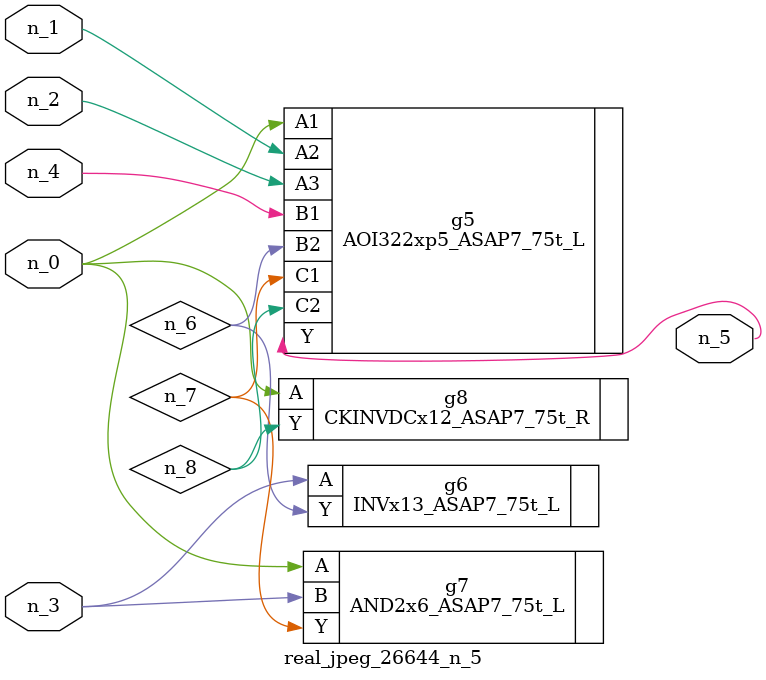
<source format=v>
module real_jpeg_26644_n_5 (n_4, n_0, n_1, n_2, n_3, n_5);

input n_4;
input n_0;
input n_1;
input n_2;
input n_3;

output n_5;

wire n_8;
wire n_6;
wire n_7;

AOI322xp5_ASAP7_75t_L g5 ( 
.A1(n_0),
.A2(n_1),
.A3(n_2),
.B1(n_4),
.B2(n_6),
.C1(n_7),
.C2(n_8),
.Y(n_5)
);

AND2x6_ASAP7_75t_L g7 ( 
.A(n_0),
.B(n_3),
.Y(n_7)
);

CKINVDCx12_ASAP7_75t_R g8 ( 
.A(n_0),
.Y(n_8)
);

INVx13_ASAP7_75t_L g6 ( 
.A(n_3),
.Y(n_6)
);


endmodule
</source>
